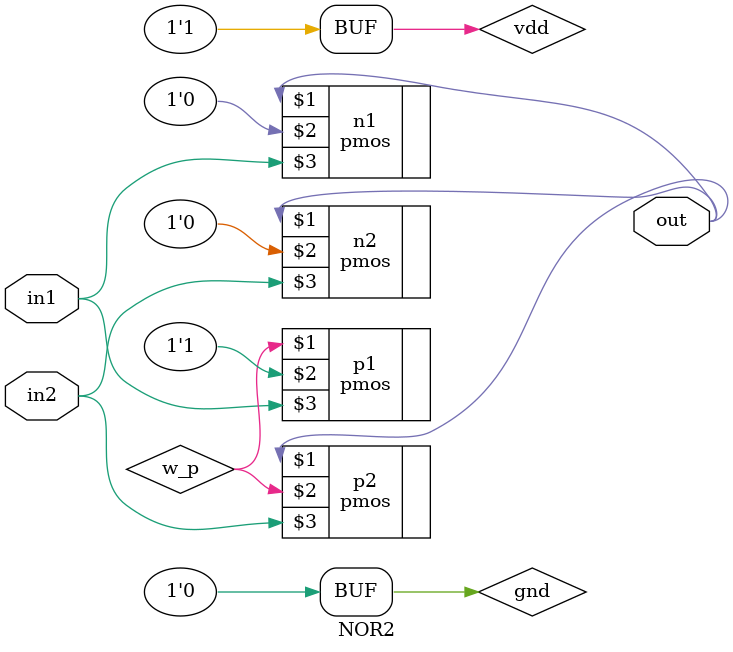
<source format=sv>
/* 2-input NOR gate.
 * Author: Igor Lesik 2020-2023
 *
 * <pre> 
 *              -------------+------ vdd
 *                           |
 *  in1 ---+--------------o| p1
 *         |                 |
 *  in2 -------------+----o| p2
 *         |         |       |
 *         |    +------------+------ out
 *         |    |    |       |
 *         +--| n1   +-----| n2
 *              |            |
 *           ---+------------+---- gnd
 * </pre>
 */
/* verilator lint_off DECLFILENAME */
module NOR2 (
    input  wire in1,
    input  wire in2,
    output wire out
);

    supply1 vdd;
    supply0 gnd;

    wire w_p; // connects 2 pmos transistors

    // nmos drain source gate
    pmos n1(out,  gnd,   in1);
    pmos n2(out,  gnd,   in2);

    // pmos drain source gate
    pmos p1(w_p,  vdd,   in1);
    pmos p2(out,  w_p,   in2);

endmodule
/* verilator lint_on DECLFILENAME */

</source>
